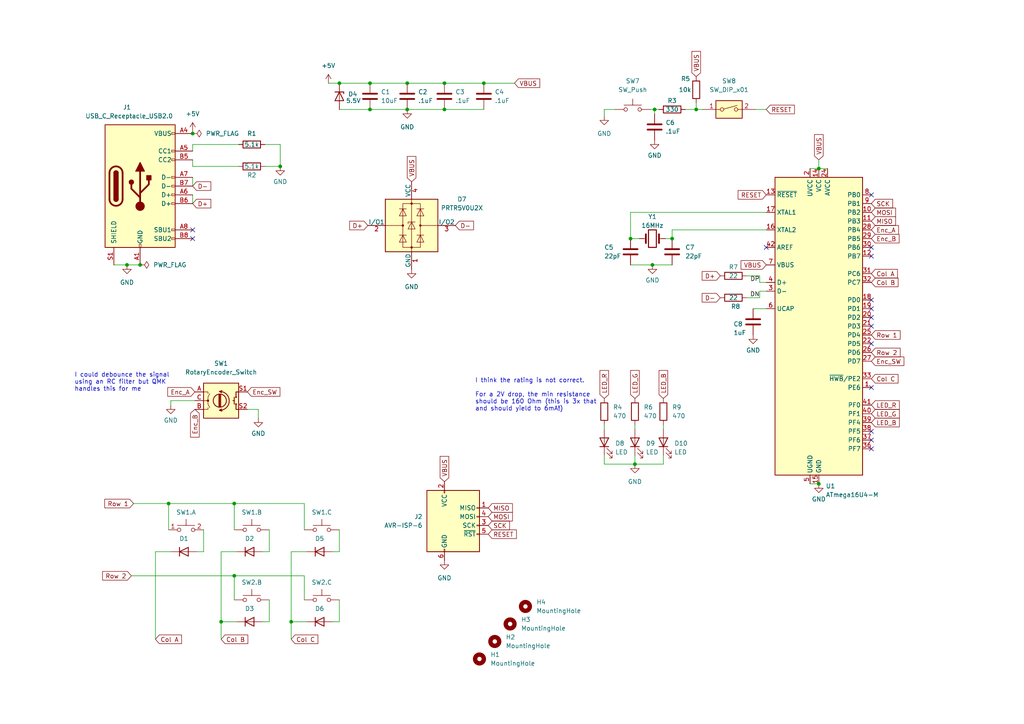
<source format=kicad_sch>
(kicad_sch (version 20211123) (generator eeschema)
  (paper "A4")
  (title_block (title "Muffin Keyboard") (rev "1.0"))
  (lib_symbols
    (symbol "Connector:AVR-ISP-6" (pin_names (offset 1.016))
      (property "Reference" "J" (at -6.35 11.43 0))
      (property "Value" "AVR-ISP-6" (at 0 11.43 0))
      (symbol "AVR-ISP-6_0_1"
        (rectangle (start -2.667 -6.858) (end -2.413 -7.62))
        (rectangle (start -2.667 10.16) (end -2.413 9.398))
        (rectangle (start 7.62 -2.413) (end 6.858 -2.667))
        (rectangle (start 7.62 0.127) (end 6.858 -0.127))
        (rectangle (start 7.62 2.667) (end 6.858 2.413))
        (rectangle (start 7.62 5.207) (end 6.858 4.953))
        (rectangle (start 7.62 10.16) (end -7.62 -7.62) (stroke (width 0.254)) (fill (type background)))
      )
      (symbol "AVR-ISP-6_1_1"
        (pin passive line (at 10.16 5.08 180) (length 2.54) (name "MISO") (number "1"))
        (pin passive line (at -2.54 12.7 270) (length 2.54) (name "VCC") (number "2"))
        (pin passive line (at 10.16 0 180) (length 2.54) (name "SCK") (number "3"))
        (pin passive line (at 10.16 2.54 180) (length 2.54) (name "MOSI") (number "4"))
        (pin passive line (at 10.16 -2.54 180) (length 2.54) (name "~{RST}") (number "5"))
        (pin passive line (at -2.54 -10.16 90) (length 2.54) (name "GND") (number "6"))
      )
    )
    (symbol "Connector:USB_C_Receptacle_USB2.0" (pin_names (offset 1.016))
      (property "Reference" "J" (at -10.16 19.05 0))
      (property "Value" "USB_C_Receptacle_USB2.0" (at 19.05 19.05 0))
      (symbol "USB_C_Receptacle_USB2.0_0_0"
        (rectangle (start -0.254 -17.78) (end 0.254 -16.764))
        (rectangle (start 10.16 -14.986) (end 9.144 -15.494))
        (rectangle (start 10.16 -12.446) (end 9.144 -12.954))
        (rectangle (start 10.16 -4.826) (end 9.144 -5.334))
        (rectangle (start 10.16 -2.286) (end 9.144 -2.794))
        (rectangle (start 10.16 0.254) (end 9.144 -0.254))
        (rectangle (start 10.16 2.794) (end 9.144 2.286))
        (rectangle (start 10.16 7.874) (end 9.144 7.366))
        (rectangle (start 10.16 10.414) (end 9.144 9.906))
        (rectangle (start 10.16 15.494) (end 9.144 14.986))
      )
      (symbol "USB_C_Receptacle_USB2.0_0_1"
        (rectangle (start -10.16 17.78) (end 10.16 -17.78) (stroke (width 0.254)) (fill (type background)))
        (arc (start -8.89 -3.81) (mid -6.985 -5.715) (end -5.08 -3.81) (stroke (width 0.508)))
        (arc (start -7.62 -3.81) (mid -6.985 -4.445) (end -6.35 -3.81) (stroke (width 0.254)))
        (arc (start -7.62 -3.81) (mid -6.985 -4.445) (end -6.35 -3.81) (stroke (width 0.254)) (fill (type outline)))
        (rectangle (start -7.62 -3.81) (end -6.35 3.81) (stroke (width 0.254)) (fill (type outline)))
        (arc (start -6.35 3.81) (mid -6.985 4.445) (end -7.62 3.81) (stroke (width 0.254)))
        (arc (start -6.35 3.81) (mid -6.985 4.445) (end -7.62 3.81) (stroke (width 0.254)) (fill (type outline)))
        (arc (start -5.08 3.81) (mid -6.985 5.715) (end -8.89 3.81) (stroke (width 0.508)))
        (circle (center -2.54 1.143) (radius 0.635) (stroke (width 0.254)) (fill (type outline)))
        (circle (center 0 -5.842) (radius 1.27) (fill (type outline)))
        (polyline (pts (xy -8.89 -3.81) (xy -8.89 3.81)) (stroke (width 0.508)))
        (polyline (pts (xy -5.08 3.81) (xy -5.08 -3.81)) (stroke (width 0.508)))
        (polyline (pts (xy 0 -5.842) (xy 0 4.318)) (stroke (width 0.508)))
        (polyline (pts (xy 0 -3.302) (xy -2.54 -0.762) (xy -2.54 0.508)) (stroke (width 0.508)))
        (polyline (pts (xy 0 -2.032) (xy 2.54 0.508) (xy 2.54 1.778)) (stroke (width 0.508)))
        (polyline (pts (xy -1.27 4.318) (xy 0 6.858) (xy 1.27 4.318) (xy -1.27 4.318)) (stroke (width 0.254)) (fill (type outline)))
        (rectangle (start 1.905 1.778) (end 3.175 3.048) (stroke (width 0.254)) (fill (type outline)))
      )
      (symbol "USB_C_Receptacle_USB2.0_1_1"
        (pin passive line (at 0 -22.86 90) (length 5.08) (name "GND") (number "A1"))
        (pin passive line (at 0 -22.86 90) (length 5.08) hide (name "GND") (number "A12"))
        (pin passive line (at 15.24 15.24 180) (length 5.08) (name "VBUS") (number "A4"))
        (pin bidirectional line (at 15.24 10.16 180) (length 5.08) (name "CC1") (number "A5"))
        (pin bidirectional line (at 15.24 -2.54 180) (length 5.08) (name "D+") (number "A6"))
        (pin bidirectional line (at 15.24 2.54 180) (length 5.08) (name "D-") (number "A7"))
        (pin bidirectional line (at 15.24 -12.7 180) (length 5.08) (name "SBU1") (number "A8"))
        (pin passive line (at 15.24 15.24 180) (length 5.08) hide (name "VBUS") (number "A9"))
        (pin passive line (at 0 -22.86 90) (length 5.08) hide (name "GND") (number "B1"))
        (pin passive line (at 0 -22.86 90) (length 5.08) hide (name "GND") (number "B12"))
        (pin passive line (at 15.24 15.24 180) (length 5.08) hide (name "VBUS") (number "B4"))
        (pin bidirectional line (at 15.24 7.62 180) (length 5.08) (name "CC2") (number "B5"))
        (pin bidirectional line (at 15.24 -5.08 180) (length 5.08) (name "D+") (number "B6"))
        (pin bidirectional line (at 15.24 0 180) (length 5.08) (name "D-") (number "B7"))
        (pin bidirectional line (at 15.24 -15.24 180) (length 5.08) (name "SBU2") (number "B8"))
        (pin passive line (at 15.24 15.24 180) (length 5.08) hide (name "VBUS") (number "B9"))
        (pin passive line (at -7.62 -22.86 90) (length 5.08) (name "SHIELD") (number "S1"))
      )
    )
    (symbol "Device:C" (pin_numbers hide) (pin_names (offset 0.254))
      (property "Reference" "C" (at 0.635 2.54 0))
      (property "Value" "C" (at 0.635 -2.54 0))
      (symbol "C_0_1"
        (polyline (pts (xy -2.032 -0.762) (xy 2.032 -0.762)) (stroke (width 0.508)))
        (polyline (pts (xy -2.032 0.762) (xy 2.032 0.762)) (stroke (width 0.508)))
      )
      (symbol "C_1_1"
        (pin passive line (at 0 3.81 270) (length 2.794) (name "~") (number "1"))
        (pin passive line (at 0 -3.81 90) (length 2.794) (name "~") (number "2"))
      )
    )
    (symbol "Device:Crystal" (pin_numbers hide) (pin_names (offset 1.016) hide)
      (property "Reference" "Y" (at 0 3.81 0))
      (property "Value" "Crystal" (at 0 -3.81 0))
      (symbol "Crystal_0_1"
        (rectangle (start -1.143 2.54) (end 1.143 -2.54) (stroke (width 0.3048)))
        (polyline (pts (xy -2.54 0) (xy -1.905 0)))
        (polyline (pts (xy -1.905 -1.27) (xy -1.905 1.27)) (stroke (width 0.508)))
        (polyline (pts (xy 1.905 -1.27) (xy 1.905 1.27)) (stroke (width 0.508)))
        (polyline (pts (xy 2.54 0) (xy 1.905 0)))
      )
      (symbol "Crystal_1_1"
        (pin passive line (at -3.81 0 0) (length 1.27) (name "1") (number "1"))
        (pin passive line (at 3.81 0 180) (length 1.27) (name "2") (number "2"))
      )
    )
    (symbol "Device:D" (pin_numbers hide) (pin_names (offset 1.016) hide)
      (property "Reference" "D" (at 0 2.54 0))
      (property "Value" "D" (at 0 -2.54 0))
      (symbol "D_0_1"
        (polyline (pts (xy -1.27 1.27) (xy -1.27 -1.27)) (stroke (width 0.254)))
        (polyline (pts (xy 1.27 0) (xy -1.27 0)))
        (polyline (pts (xy 1.27 1.27) (xy 1.27 -1.27) (xy -1.27 0) (xy 1.27 1.27)) (stroke (width 0.254)))
      )
      (symbol "D_1_1"
        (pin passive line (at -3.81 0 0) (length 2.54) (name "K") (number "1"))
        (pin passive line (at 3.81 0 180) (length 2.54) (name "A") (number "2"))
      )
    )
    (symbol "Device:D_Zener" (pin_numbers hide) (pin_names (offset 1.016) hide)
      (property "Reference" "D" (at 0 2.54 0))
      (property "Value" "D_Zener" (at 0 -2.54 0))
      (symbol "D_Zener_0_1"
        (polyline (pts (xy 1.27 0) (xy -1.27 0)))
        (polyline (pts (xy -1.27 -1.27) (xy -1.27 1.27) (xy -0.762 1.27)) (stroke (width 0.254)))
        (polyline (pts (xy 1.27 -1.27) (xy 1.27 1.27) (xy -1.27 0) (xy 1.27 -1.27)) (stroke (width 0.254)))
      )
      (symbol "D_Zener_1_1"
        (pin passive line (at -3.81 0 0) (length 2.54) (name "K") (number "1"))
        (pin passive line (at 3.81 0 180) (length 2.54) (name "A") (number "2"))
      )
    )
    (symbol "Device:LED" (pin_numbers hide) (pin_names (offset 1.016) hide)
      (property "Reference" "D" (at 0 2.54 0))
      (property "Value" "LED" (at 0 -2.54 0))
      (symbol "LED_0_1"
        (polyline (pts (xy -1.27 -1.27) (xy -1.27 1.27)) (stroke (width 0.254)))
        (polyline (pts (xy -1.27 0) (xy 1.27 0)))
        (polyline (pts (xy 1.27 -1.27) (xy 1.27 1.27) (xy -1.27 0) (xy 1.27 -1.27)) (stroke (width 0.254)))
        (polyline (pts (xy -3.048 -0.762) (xy -4.572 -2.286) (xy -3.81 -2.286) (xy -4.572 -2.286) (xy -4.572 -1.524)))
        (polyline (pts (xy -1.778 -0.762) (xy -3.302 -2.286) (xy -2.54 -2.286) (xy -3.302 -2.286) (xy -3.302 -1.524)))
      )
      (symbol "LED_1_1"
        (pin passive line (at -3.81 0 0) (length 2.54) (name "K") (number "1"))
        (pin passive line (at 3.81 0 180) (length 2.54) (name "A") (number "2"))
      )
    )
    (symbol "Device:R" (pin_numbers hide) (pin_names (offset 0))
      (property "Reference" "R" (at 2.032 0 90))
      (property "Value" "R" (at 0 0 90))
      (symbol "R_0_1"
        (rectangle (start -1.016 -2.54) (end 1.016 2.54) (stroke (width 0.254)))
      )
      (symbol "R_1_1"
        (pin passive line (at 0 3.81 270) (length 1.27) (name "~") (number "1"))
        (pin passive line (at 0 -3.81 90) (length 1.27) (name "~") (number "2"))
      )
    )
    (symbol "Device:RotaryEncoder_Switch" (pin_names (offset 0.254) hide)
      (property "Reference" "SW" (at 0 6.604 0))
      (property "Value" "RotaryEncoder_Switch" (at 0 -6.604 0))
      (symbol "RotaryEncoder_Switch_0_1"
        (rectangle (start -5.08 5.08) (end 5.08 -5.08) (stroke (width 0.254)) (fill (type background)))
        (circle (center -3.81 0) (radius 0.254) (fill (type outline)))
        (arc (start -0.381 -2.794) (mid 2.3622 -0.0635) (end -0.381 2.667) (stroke (width 0.254)))
        (circle (center -0.381 0) (radius 1.905) (stroke (width 0.254)))
        (polyline (pts (xy -0.635 -1.778) (xy -0.635 1.778)) (stroke (width 0.254)))
        (polyline (pts (xy -0.381 -1.778) (xy -0.381 1.778)) (stroke (width 0.254)))
        (polyline (pts (xy -0.127 1.778) (xy -0.127 -1.778)) (stroke (width 0.254)))
        (polyline (pts (xy 3.81 0) (xy 3.429 0)) (stroke (width 0.254)))
        (polyline (pts (xy 3.81 1.016) (xy 3.81 -1.016)) (stroke (width 0.254)))
        (polyline (pts (xy -5.08 -2.54) (xy -3.81 -2.54) (xy -3.81 -2.032)))
        (polyline (pts (xy -5.08 2.54) (xy -3.81 2.54) (xy -3.81 2.032)))
        (polyline (pts (xy 0.254 -3.048) (xy -0.508 -2.794) (xy 0.127 -2.413)) (stroke (width 0.254)))
        (polyline (pts (xy 0.254 2.921) (xy -0.508 2.667) (xy 0.127 2.286)) (stroke (width 0.254)))
        (polyline (pts (xy 5.08 -2.54) (xy 4.318 -2.54) (xy 4.318 -1.016)) (stroke (width 0.254)))
        (polyline (pts (xy 5.08 2.54) (xy 4.318 2.54) (xy 4.318 1.016)) (stroke (width 0.254)))
        (polyline (pts (xy -5.08 0) (xy -3.81 0) (xy -3.81 -1.016) (xy -3.302 -2.032)))
        (polyline (pts (xy -4.318 0) (xy -3.81 0) (xy -3.81 1.016) (xy -3.302 2.032)))
        (circle (center 4.318 -1.016) (radius 0.127) (stroke (width 0.254)))
        (circle (center 4.318 1.016) (radius 0.127) (stroke (width 0.254)))
      )
      (symbol "RotaryEncoder_Switch_1_1"
        (pin passive line (at -7.62 2.54 0) (length 2.54) (name "A") (number "A"))
        (pin passive line (at -7.62 -2.54 0) (length 2.54) (name "B") (number "B"))
        (pin passive line (at -7.62 0 0) (length 2.54) (name "C") (number "C"))
        (pin passive line (at 7.62 2.54 180) (length 2.54) (name "S1") (number "S1"))
        (pin passive line (at 7.62 -2.54 180) (length 2.54) (name "S2") (number "S2"))
      )
    )
    (symbol "MCU_Microchip_ATmega:ATmega16U4-M"
      (property "Reference" "U" (at -12.7 44.45 0))
      (property "Value" "ATmega16U4-M" (at 2.54 -44.45 0))
      (symbol "ATmega16U4-M_0_1"
        (rectangle (start -12.7 -43.18) (end 12.7 43.18) (stroke (width 0.254)) (fill (type background)))
      )
      (symbol "ATmega16U4-M_1_1"
        (pin bidirectional line (at 15.24 -17.78 180) (length 2.54) (name "PE6") (number "1"))
        (pin bidirectional line (at 15.24 33.02 180) (length 2.54) (name "PB2") (number "10"))
        (pin bidirectional line (at 15.24 30.48 180) (length 2.54) (name "PB3") (number "11"))
        (pin bidirectional line (at 15.24 20.32 180) (length 2.54) (name "PB7") (number "12"))
        (pin input line (at -15.24 38.1 0) (length 2.54) (name "~{RESET}") (number "13"))
        (pin power_in line (at 0 45.72 270) (length 2.54) (name "VCC") (number "14"))
        (pin power_in line (at 0 -45.72 90) (length 2.54) (name "GND") (number "15"))
        (pin output line (at -15.24 27.94 0) (length 2.54) (name "XTAL2") (number "16"))
        (pin input line (at -15.24 33.02 0) (length 2.54) (name "XTAL1") (number "17"))
        (pin bidirectional line (at 15.24 7.62 180) (length 2.54) (name "PD0") (number "18"))
        (pin bidirectional line (at 15.24 5.08 180) (length 2.54) (name "PD1") (number "19"))
        (pin power_in line (at -2.54 45.72 270) (length 2.54) (name "UVCC") (number "2"))
        (pin bidirectional line (at 15.24 2.54 180) (length 2.54) (name "PD2") (number "20"))
        (pin bidirectional line (at 15.24 0 180) (length 2.54) (name "PD3") (number "21"))
        (pin bidirectional line (at 15.24 -5.08 180) (length 2.54) (name "PD5") (number "22"))
        (pin passive line (at 0 -45.72 90) (length 2.54) hide (name "GND") (number "23"))
        (pin power_in line (at 2.54 45.72 270) (length 2.54) (name "AVCC") (number "24"))
        (pin bidirectional line (at 15.24 -2.54 180) (length 2.54) (name "PD4") (number "25"))
        (pin bidirectional line (at 15.24 -7.62 180) (length 2.54) (name "PD6") (number "26"))
        (pin bidirectional line (at 15.24 -10.16 180) (length 2.54) (name "PD7") (number "27"))
        (pin bidirectional line (at 15.24 27.94 180) (length 2.54) (name "PB4") (number "28"))
        (pin bidirectional line (at 15.24 25.4 180) (length 2.54) (name "PB5") (number "29"))
        (pin bidirectional line (at -15.24 10.16 0) (length 2.54) (name "D-") (number "3"))
        (pin bidirectional line (at 15.24 22.86 180) (length 2.54) (name "PB6") (number "30"))
        (pin bidirectional line (at 15.24 15.24 180) (length 2.54) (name "PC6") (number "31"))
        (pin bidirectional line (at 15.24 12.7 180) (length 2.54) (name "PC7") (number "32"))
        (pin bidirectional line (at 15.24 -15.24 180) (length 2.54) (name "~{HWB}/PE2") (number "33"))
        (pin passive line (at 0 45.72 270) (length 2.54) hide (name "VCC") (number "34"))
        (pin passive line (at 0 -45.72 90) (length 2.54) hide (name "GND") (number "35"))
        (pin bidirectional line (at 15.24 -35.56 180) (length 2.54) (name "PF7") (number "36"))
        (pin bidirectional line (at 15.24 -33.02 180) (length 2.54) (name "PF6") (number "37"))
        (pin bidirectional line (at 15.24 -30.48 180) (length 2.54) (name "PF5") (number "38"))
        (pin bidirectional line (at 15.24 -27.94 180) (length 2.54) (name "PF4") (number "39"))
        (pin bidirectional line (at -15.24 12.7 0) (length 2.54) (name "D+") (number "4"))
        (pin bidirectional line (at 15.24 -25.4 180) (length 2.54) (name "PF1") (number "40"))
        (pin bidirectional line (at 15.24 -22.86 180) (length 2.54) (name "PF0") (number "41"))
        (pin passive line (at -15.24 22.86 0) (length 2.54) (name "AREF") (number "42"))
        (pin passive line (at 0 -45.72 90) (length 2.54) hide (name "GND") (number "43"))
        (pin passive line (at 2.54 45.72 270) (length 2.54) hide (name "AVCC") (number "44"))
        (pin passive line (at 0 -45.72 90) (length 2.54) hide (name "GND") (number "45"))
        (pin passive line (at -2.54 -45.72 90) (length 2.54) (name "UGND") (number "5"))
        (pin passive line (at -15.24 5.08 0) (length 2.54) (name "UCAP") (number "6"))
        (pin input line (at -15.24 17.78 0) (length 2.54) (name "VBUS") (number "7"))
        (pin bidirectional line (at 15.24 38.1 180) (length 2.54) (name "PB0") (number "8"))
        (pin bidirectional line (at 15.24 35.56 180) (length 2.54) (name "PB1") (number "9"))
      )
    )
    (symbol "Mechanical:MountingHole" (pin_names (offset 1.016))
      (property "Reference" "H" (at 0 5.08 0))
      (property "Value" "MountingHole" (at 0 3.175 0))
      (symbol "MountingHole_0_1"
        (circle (center 0 0) (radius 1.27) (stroke (width 1.27)))
      )
    )
    (symbol "Power_Protection:PRTR5V0U2X" (pin_names (offset 0))
      (property "Reference" "D" (at 2.794 8.636 0))
      (property "Value" "PRTR5V0U2X" (at 8.128 -9.398 0))
      (symbol "PRTR5V0U2X_0_1"
        (rectangle (start -7.62 -7.62) (end 7.62 7.62) (stroke (width 0.254)) (fill (type background)))
        (circle (center -2.54 0) (radius 0.254) (fill (type outline)))
        (rectangle (start -2.54 6.35) (end 2.54 -6.35))
        (circle (center 0 -6.35) (radius 0.254) (fill (type outline)))
        (polyline (pts (xy -2.54 0) (xy -7.62 0)))
        (polyline (pts (xy -1.524 -2.794) (xy -3.556 -2.794)))
        (polyline (pts (xy -1.524 4.826) (xy -3.556 4.826)))
        (polyline (pts (xy 0 -7.62) (xy 0 7.62)))
        (polyline (pts (xy 1.524 -2.794) (xy 3.556 -2.794)))
        (polyline (pts (xy 1.524 4.826) (xy 3.556 4.826)))
        (polyline (pts (xy 2.54 0) (xy 7.62 0)))
        (polyline (pts (xy 1.016 1.016) (xy -1.016 1.016) (xy -1.016 0.508)))
        (polyline (pts (xy -3.556 -4.826) (xy -1.524 -4.826) (xy -2.54 -2.794) (xy -3.556 -4.826)))
        (polyline (pts (xy -3.556 2.794) (xy -1.524 2.794) (xy -2.54 4.826) (xy -3.556 2.794)))
        (polyline (pts (xy -1.016 -1.016) (xy 1.016 -1.016) (xy 0 1.016) (xy -1.016 -1.016)))
        (polyline (pts (xy 3.556 -4.826) (xy 1.524 -4.826) (xy 2.54 -2.794) (xy 3.556 -4.826)))
        (polyline (pts (xy 3.556 2.794) (xy 1.524 2.794) (xy 2.54 4.826) (xy 3.556 2.794)))
        (circle (center 0 6.35) (radius 0.254) (fill (type outline)))
        (circle (center 2.54 0) (radius 0.254) (fill (type outline)))
      )
      (symbol "PRTR5V0U2X_1_1"
        (pin passive line (at 0 -12.7 90) (length 5.08) (name "GND") (number "1"))
        (pin passive line (at -12.7 0 0) (length 5.08) (name "I/O1") (number "2"))
        (pin passive line (at 12.7 0 180) (length 5.08) (name "I/O2") (number "3"))
        (pin passive line (at 0 12.7 270) (length 5.08) (name "VCC") (number "4"))
      )
    )
    (symbol "SW_Push_1" (pin_names (offset 1.016) hide)
      (property "Reference" "SW" (at 1.27 2.54 0))
      (property "Value" "SW_Push_1" (at 0 -1.524 0))
      (symbol "SW_Push_1_0_1"
        (circle (center -2.032 0) (radius 0.508))
        (polyline (pts (xy 0 1.27) (xy 0 3.048)))
        (polyline (pts (xy 2.54 1.27) (xy -2.54 1.27)))
        (circle (center 2.032 0) (radius 0.508))
        (pin passive line (at -5.08 0 0) (length 2.54) (name "1") (number "1"))
        (pin passive line (at 5.08 0 180) (length 2.54) (name "2") (number "2"))
      )
    )
    (symbol "Switch:SW_DIP_x01" (pin_names (offset 0) hide)
      (property "Reference" "SW" (at 0 3.81 0))
      (property "Value" "SW_DIP_x01" (at 0 -3.81 0))
      (symbol "SW_DIP_x01_0_0"
        (circle (center -2.032 0) (radius 0.508))
        (polyline (pts (xy -1.524 0.127) (xy 2.3622 1.1684)))
        (circle (center 2.032 0) (radius 0.508))
      )
      (symbol "SW_DIP_x01_0_1"
        (rectangle (start -3.81 2.54) (end 3.81 -2.54) (stroke (width 0.254)) (fill (type background)))
      )
      (symbol "SW_DIP_x01_1_1"
        (pin passive line (at -7.62 0 0) (length 5.08) (name "~") (number "1"))
        (pin passive line (at 7.62 0 180) (length 5.08) (name "~") (number "2"))
      )
    )
    (symbol "Switch:SW_Push" (pin_numbers hide) (pin_names (offset 1.016) hide)
      (property "Reference" "SW" (at 1.27 2.54 0))
      (property "Value" "SW_Push" (at 0 -1.524 0))
      (symbol "SW_Push_0_1"
        (circle (center -2.032 0) (radius 0.508))
        (polyline (pts (xy 0 1.27) (xy 0 3.048)))
        (polyline (pts (xy 2.54 1.27) (xy -2.54 1.27)))
        (circle (center 2.032 0) (radius 0.508))
        (pin passive line (at -5.08 0 0) (length 2.54) (name "1") (number "1"))
        (pin passive line (at 5.08 0 180) (length 2.54) (name "2") (number "2"))
      )
    )
    (symbol "power:+5V" (power) (pin_names (offset 0))
      (property "Value" "+5V" (at 0 3.556 0))
      (symbol "+5V_0_1"
        (polyline (pts (xy -0.762 1.27) (xy 0 2.54)))
        (polyline (pts (xy 0 0) (xy 0 2.54)))
        (polyline (pts (xy 0 2.54) (xy 0.762 1.27)))
      )
      (symbol "+5V_1_1"
        (pin power_in line (at 0 0 90) (length 0) hide (name "+5V") (number "1"))
      )
    )
    (symbol "power:GND" (power) (pin_names (offset 0))
      (property "Value" "GND" (at 0 -3.81 0))
      (symbol "GND_0_1"
        (polyline (pts (xy 0 0) (xy 0 -1.27) (xy 1.27 -1.27) (xy 0 -2.54) (xy -1.27 -1.27) (xy 0 -1.27)))
      )
      (symbol "GND_1_1"
        (pin power_in line (at 0 0 270) (length 0) hide (name "GND") (number "1"))
      )
    )
    (symbol "power:PWR_FLAG" (power) (pin_numbers hide) (pin_names (offset 0) hide)
      (property "Value" "PWR_FLAG" (at 0 3.81 0))
      (symbol "PWR_FLAG_0_0"
        (pin power_out line (at 0 0 90) (length 0) (name "pwr") (number "1"))
      )
      (symbol "PWR_FLAG_0_1"
        (polyline (pts (xy 0 0) (xy 0 1.27) (xy -1.016 1.905) (xy 0 2.54) (xy 1.016 1.905) (xy 0 1.27)))
      )
    )
  )
  (junction (at 128.905 31.75))
  (junction (at 182.88 69.215))
  (junction (at 194.945 69.215))
  (junction (at 67.945 167.005))
  (junction (at 81.28 48.26))
  (junction (at 140.335 24.13))
  (junction (at 237.49 140.335))
  (junction (at 67.945 146.05))
  (junction (at 98.425 24.13))
  (junction (at 48.895 146.05))
  (junction (at 40.64 76.835))
  (junction (at 118.11 24.13))
  (junction (at 55.88 38.735))
  (junction (at 84.455 180.34))
  (junction (at 189.23 76.835))
  (junction (at 107.315 24.13))
  (junction (at 237.49 48.895))
  (junction (at 36.83 76.835))
  (junction (at 201.93 31.75))
  (junction (at 107.315 31.75))
  (junction (at 128.905 24.13))
  (junction (at 189.865 31.75))
  (junction (at 64.135 180.34))
  (junction (at 184.15 134.62))
  (junction (at 118.11 31.75))
  (no_connect (at 252.73 130.175))
  (no_connect (at 252.73 99.695))
  (no_connect (at 252.73 86.995))
  (no_connect (at 252.73 89.535))
  (no_connect (at 252.73 71.755))
  (no_connect (at 252.73 112.395))
  (no_connect (at 252.73 74.295))
  (no_connect (at 252.73 125.095))
  (no_connect (at 252.73 127.635))
  (no_connect (at 252.73 94.615))
  (no_connect (at 252.73 92.075))
  (no_connect (at 252.73 56.515))
  (no_connect (at 222.25 71.755))
  (no_connect (at 55.88 69.215))
  (no_connect (at 55.88 66.675))
  (wire (pts (xy 222.25 84.455) (xy 220.345 84.455)))
  (wire (pts (xy 78.105 173.99) (xy 78.105 180.34)))
  (wire (pts (xy 57.15 160.02) (xy 59.055 160.02)))
  (wire (pts (xy 188.595 31.75) (xy 189.865 31.75)))
  (wire (pts (xy 88.265 167.005) (xy 88.265 173.99)))
  (wire (pts (xy 216.535 86.36) (xy 220.345 86.36)))
  (wire (pts (xy 96.52 180.34) (xy 98.425 180.34)))
  (wire (pts (xy 38.1 167.005) (xy 67.945 167.005)))
  (wire (pts (xy 128.905 31.75) (xy 140.335 31.75)))
  (wire (pts (xy 128.905 24.13) (xy 140.335 24.13)))
  (wire (pts (xy 118.11 31.75) (xy 128.905 31.75)))
  (wire (pts (xy 234.95 48.895) (xy 237.49 48.895)))
  (wire (pts (xy 237.49 46.355) (xy 237.49 48.895)))
  (wire (pts (xy 55.88 46.355) (xy 55.88 48.26)))
  (wire (pts (xy 201.93 31.75) (xy 203.835 31.75)))
  (wire (pts (xy 67.945 146.05) (xy 67.945 153.67)))
  (wire (pts (xy 175.26 123.19) (xy 175.26 124.46)))
  (wire (pts (xy 216.535 80.01) (xy 220.345 80.01)))
  (wire (pts (xy 48.895 146.05) (xy 67.945 146.05)))
  (wire (pts (xy 189.23 76.835) (xy 194.945 76.835)))
  (wire (pts (xy 182.88 61.595) (xy 182.88 69.215)))
  (wire (pts (xy 88.9 160.02) (xy 84.455 160.02)))
  (wire (pts (xy 98.425 31.75) (xy 107.315 31.75)))
  (wire (pts (xy 33.02 76.835) (xy 36.83 76.835)))
  (wire (pts (xy 84.455 180.34) (xy 84.455 185.42)))
  (wire (pts (xy 118.11 24.13) (xy 128.905 24.13)))
  (wire (pts (xy 67.945 146.05) (xy 88.265 146.05)))
  (wire (pts (xy 184.15 134.62) (xy 192.405 134.62)))
  (wire (pts (xy 68.58 160.02) (xy 64.135 160.02)))
  (wire (pts (xy 198.755 31.75) (xy 201.93 31.75)))
  (wire (pts (xy 194.945 66.675) (xy 194.945 69.215)))
  (wire (pts (xy 36.83 76.835) (xy 40.64 76.835)))
  (wire (pts (xy 182.88 76.835) (xy 189.23 76.835)))
  (wire (pts (xy 175.26 134.62) (xy 184.15 134.62)))
  (wire (pts (xy 81.28 41.91) (xy 76.835 41.91)))
  (wire (pts (xy 64.135 180.34) (xy 64.135 185.42)))
  (wire (pts (xy 55.88 38.1) (xy 55.88 38.735)))
  (wire (pts (xy 67.945 167.005) (xy 88.265 167.005)))
  (wire (pts (xy 59.055 153.67) (xy 59.055 160.02)))
  (wire (pts (xy 49.53 160.02) (xy 45.085 160.02)))
  (wire (pts (xy 222.25 81.915) (xy 220.345 81.915)))
  (wire (pts (xy 219.075 31.75) (xy 222.25 31.75)))
  (wire (pts (xy 76.835 48.26) (xy 81.28 48.26)))
  (wire (pts (xy 140.335 24.13) (xy 149.225 24.13)))
  (wire (pts (xy 76.2 180.34) (xy 78.105 180.34)))
  (wire (pts (xy 98.425 24.13) (xy 107.315 24.13)))
  (wire (pts (xy 81.28 48.26) (xy 81.28 41.91)))
  (wire (pts (xy 182.88 69.215) (xy 185.42 69.215)))
  (wire (pts (xy 64.135 160.02) (xy 64.135 180.34)))
  (wire (pts (xy 49.53 116.205) (xy 49.53 117.475)))
  (wire (pts (xy 55.88 48.26) (xy 69.215 48.26)))
  (wire (pts (xy 55.88 56.515) (xy 55.88 59.055)))
  (wire (pts (xy 56.515 116.205) (xy 49.53 116.205)))
  (wire (pts (xy 184.15 123.19) (xy 184.15 124.46)))
  (wire (pts (xy 189.865 31.75) (xy 191.135 31.75)))
  (wire (pts (xy 184.15 132.08) (xy 184.15 134.62)))
  (wire (pts (xy 74.93 118.745) (xy 74.93 121.285)))
  (wire (pts (xy 88.265 146.05) (xy 88.265 153.67)))
  (wire (pts (xy 178.435 31.75) (xy 175.26 31.75)))
  (wire (pts (xy 67.945 167.005) (xy 67.945 173.99)))
  (wire (pts (xy 78.105 153.67) (xy 78.105 160.02)))
  (wire (pts (xy 222.25 61.595) (xy 182.88 61.595)))
  (wire (pts (xy 218.44 89.535) (xy 222.25 89.535)))
  (wire (pts (xy 194.945 66.675) (xy 222.25 66.675)))
  (wire (pts (xy 38.735 146.05) (xy 48.895 146.05)))
  (wire (pts (xy 98.425 173.99) (xy 98.425 180.34)))
  (wire (pts (xy 234.95 140.335) (xy 237.49 140.335)))
  (wire (pts (xy 107.315 24.13) (xy 118.11 24.13)))
  (wire (pts (xy 84.455 180.34) (xy 88.9 180.34)))
  (wire (pts (xy 64.135 180.34) (xy 68.58 180.34)))
  (wire (pts (xy 45.085 160.02) (xy 45.085 185.42)))
  (wire (pts (xy 107.315 31.75) (xy 118.11 31.75)))
  (wire (pts (xy 71.755 118.745) (xy 74.93 118.745)))
  (wire (pts (xy 189.865 31.75) (xy 189.865 33.02)))
  (wire (pts (xy 98.425 153.67) (xy 98.425 160.02)))
  (wire (pts (xy 192.405 123.19) (xy 192.405 124.46)))
  (wire (pts (xy 55.88 43.815) (xy 55.88 41.91)))
  (wire (pts (xy 237.49 48.895) (xy 240.03 48.895)))
  (wire (pts (xy 175.26 132.08) (xy 175.26 134.62)))
  (wire (pts (xy 220.345 81.915) (xy 220.345 80.01)))
  (wire (pts (xy 55.88 51.435) (xy 55.88 53.975)))
  (wire (pts (xy 192.405 132.08) (xy 192.405 134.62)))
  (wire (pts (xy 55.88 41.91) (xy 69.215 41.91)))
  (wire (pts (xy 96.52 160.02) (xy 98.425 160.02)))
  (wire (pts (xy 193.04 69.215) (xy 194.945 69.215)))
  (wire (pts (xy 48.895 146.05) (xy 48.895 153.67)))
  (wire (pts (xy 201.93 29.845) (xy 201.93 31.75)))
  (wire (pts (xy 220.345 84.455) (xy 220.345 86.36)))
  (wire (pts (xy 95.25 24.13) (xy 98.425 24.13)))
  (wire (pts (xy 84.455 160.02) (xy 84.455 180.34)))
  (wire (pts (xy 76.2 160.02) (xy 78.105 160.02)))
  (wire (pts (xy 175.26 31.75) (xy 175.26 33.655)))
  (text "I could debounce the signal \nusing an RC filter but QMK\nhandles this for me" (at 21.59 113.665 0) (effects (font (size 1.27 1.27)) (justify left bottom)))
  (text "I think the rating is not correct.\n\nFor a 2V drop, the min resistance\nshould be 160 Ohm (this is 3x that\nand should yield to 6mA!)" (at 137.795 119.38 0) (effects (font (size 1.27 1.27)) (justify left bottom)))
  (label "DP" (at 220.345 81.915 180))
  (label "DN" (at 220.345 86.36 180))
  (global_label "VBUS" (shape input) (at 201.93 22.225 90) (property "Intersheet References" "${INTERSHEET_REFS}" (effects hide)))
  (global_label "D+" (shape input) (at 106.68 65.405 180) (property "Intersheet References" "${INTERSHEET_REFS}" (effects hide)))
  (global_label "D-" (shape input) (at 132.08 65.405 0) (property "Intersheet References" "${INTERSHEET_REFS}" (effects hide)))
  (global_label "Row 2" (shape input) (at 38.1 167.005 180) (property "Intersheet References" "${INTERSHEET_REFS}" (effects hide)))
  (global_label "Row 1" (shape input) (at 38.735 146.05 180) (property "Intersheet References" "${INTERSHEET_REFS}" (effects hide)))
  (global_label "Enc_B" (shape input) (at 56.515 118.745 270) (property "Intersheet References" "${INTERSHEET_REFS}" (effects hide)))
  (global_label "D-" (shape input) (at 55.88 53.975 0) (property "Intersheet References" "${INTERSHEET_REFS}" (effects hide)))
  (global_label "Col C" (shape input) (at 84.455 185.42 0) (property "Intersheet References" "${INTERSHEET_REFS}" (effects hide)))
  (global_label "VBUS" (shape input) (at 128.905 139.7 90) (property "Intersheet References" "${INTERSHEET_REFS}" (effects hide)))
  (global_label "LED_R" (shape input) (at 175.26 115.57 90) (property "Intersheet References" "${INTERSHEET_REFS}" (effects hide)))
  (global_label "Enc_SW" (shape input) (at 71.755 113.665 0) (property "Intersheet References" "${INTERSHEET_REFS}" (effects hide)))
  (global_label "D+" (shape input) (at 55.88 59.055 0) (property "Intersheet References" "${INTERSHEET_REFS}" (effects hide)))
  (global_label "VBUS" (shape input) (at 222.25 76.835 180) (property "Intersheet References" "${INTERSHEET_REFS}" (effects hide)))
  (global_label "Col B" (shape input) (at 64.135 185.42 0) (property "Intersheet References" "${INTERSHEET_REFS}" (effects hide)))
  (global_label "RESET" (shape input) (at 222.25 31.75 0) (property "Intersheet References" "${INTERSHEET_REFS}" (effects hide)))
  (global_label "RESET" (shape input) (at 222.25 56.515 180) (property "Intersheet References" "${INTERSHEET_REFS}" (effects hide)))
  (global_label "SCK" (shape input) (at 252.73 59.055 0) (property "Intersheet References" "${INTERSHEET_REFS}" (effects hide)))
  (global_label "VBUS" (shape input) (at 149.225 24.13 0) (property "Intersheet References" "${INTERSHEET_REFS}" (effects hide)))
  (global_label "Col B" (shape input) (at 252.73 81.915 0) (property "Intersheet References" "${INTERSHEET_REFS}" (effects hide)))
  (global_label "D-" (shape input) (at 208.915 86.36 180) (property "Intersheet References" "${INTERSHEET_REFS}" (effects hide)))
  (global_label "D+" (shape input) (at 208.915 80.01 180) (property "Intersheet References" "${INTERSHEET_REFS}" (effects hide)))
  (global_label "LED_B" (shape input) (at 192.405 115.57 90) (property "Intersheet References" "${INTERSHEET_REFS}" (effects hide)))
  (global_label "Enc_A" (shape input) (at 252.73 66.675 0) (property "Intersheet References" "${INTERSHEET_REFS}" (effects hide)))
  (global_label "VBUS" (shape input) (at 237.49 46.355 90) (property "Intersheet References" "${INTERSHEET_REFS}" (effects hide)))
  (global_label "MISO" (shape input) (at 252.73 64.135 0) (property "Intersheet References" "${INTERSHEET_REFS}" (effects hide)))
  (global_label "LED_G" (shape input) (at 252.73 120.015 0) (property "Intersheet References" "${INTERSHEET_REFS}" (effects hide)))
  (global_label "MOSI" (shape input) (at 141.605 149.86 0) (property "Intersheet References" "${INTERSHEET_REFS}" (effects hide)))
  (global_label "Enc_A" (shape input) (at 56.515 113.665 180) (property "Intersheet References" "${INTERSHEET_REFS}" (effects hide)))
  (global_label "Col C" (shape input) (at 252.73 109.855 0) (property "Intersheet References" "${INTERSHEET_REFS}" (effects hide)))
  (global_label "Col A" (shape input) (at 252.73 79.375 0) (property "Intersheet References" "${INTERSHEET_REFS}" (effects hide)))
  (global_label "LED_B" (shape input) (at 252.73 122.555 0) (property "Intersheet References" "${INTERSHEET_REFS}" (effects hide)))
  (global_label "Row 1" (shape input) (at 252.73 97.155 0) (property "Intersheet References" "${INTERSHEET_REFS}" (effects hide)))
  (global_label "MOSI" (shape input) (at 252.73 61.595 0) (property "Intersheet References" "${INTERSHEET_REFS}" (effects hide)))
  (global_label "Row 2" (shape input) (at 252.73 102.235 0) (property "Intersheet References" "${INTERSHEET_REFS}" (effects hide)))
  (global_label "VBUS" (shape input) (at 119.38 52.705 90) (property "Intersheet References" "${INTERSHEET_REFS}" (effects hide)))
  (global_label "LED_R" (shape input) (at 252.73 117.475 0) (property "Intersheet References" "${INTERSHEET_REFS}" (effects hide)))
  (global_label "SCK" (shape input) (at 141.605 152.4 0) (property "Intersheet References" "${INTERSHEET_REFS}" (effects hide)))
  (global_label "RESET" (shape input) (at 141.605 154.94 0) (property "Intersheet References" "${INTERSHEET_REFS}" (effects hide)))
  (global_label "Col A" (shape input) (at 45.085 185.42 0) (property "Intersheet References" "${INTERSHEET_REFS}" (effects hide)))
  (global_label "Enc_SW" (shape input) (at 252.73 104.775 0) (property "Intersheet References" "${INTERSHEET_REFS}" (effects hide)))
  (global_label "Enc_B" (shape input) (at 252.73 69.215 0) (property "Intersheet References" "${INTERSHEET_REFS}" (effects hide)))
  (global_label "MISO" (shape input) (at 141.605 147.32 0) (property "Intersheet References" "${INTERSHEET_REFS}" (effects hide)))
  (global_label "LED_G" (shape input) (at 184.15 115.57 90) (property "Intersheet References" "${INTERSHEET_REFS}" (effects hide)))
  (symbol (lib_id "Switch:SW_Push") (at 93.345 153.67 0) (mirror y) (unit 1)
    (property "Reference" "SW5" (effects hide))
    (property "Value" "SW1.C" (at 93.345 148.59 0))
    (property "Footprint" "Keebio:MX-Alps-Choc-1U-NoLED" (effects hide))
  )
  (symbol (lib_id "Device:D") (at 53.34 160.02 0) (unit 1)
    (property "Reference" "D1" (at 53.34 156.21 0))
    (property "Value" "D" (effects hide))
    (property "Footprint" "Diode_SMD:D_0805_2012Metric_Pad1.15x1.40mm_HandSolder" (effects hide))
  )
  (symbol (lib_id "power:GND") (at 49.53 117.475 0) (unit 1)
    (property "Reference" "#PWR02" (effects hide))
    (property "Value" "GND" (at 49.53 121.92 0))
  )
  (symbol (lib_id "Device:R") (at 194.945 31.75 90) (unit 1)
    (property "Reference" "R3" (at 194.945 29.21 90))
    (property "Value" "330" (at 194.945 31.75 90))
    (property "Footprint" "Resistor_SMD:R_0805_2012Metric_Pad1.20x1.40mm_HandSolder" (effects hide))
  )
  (symbol (lib_id "Switch:SW_Push") (at 183.515 31.75 0) (unit 1)
    (property "Reference" "SW7" (at 183.515 23.495 0))
    (property "Value" "SW_Push" (at 183.515 26.035 0))
    (property "Footprint" "Keebio:SW_Tactile_SPST_Angled_MJTP1117" (effects hide))
  )
  (symbol (lib_id "power:GND") (at 218.44 97.155 0) (unit 1)
    (property "Reference" "#PWR015" (effects hide))
    (property "Value" "GND" (at 218.44 101.6 0))
  )
  (symbol (lib_id "power:GND") (at 81.28 48.26 0) (unit 1)
    (property "Reference" "#PWR05" (effects hide))
    (property "Value" "GND" (at 81.28 52.705 0))
  )
  (symbol (lib_name "SW_Push_1") (lib_id "Switch:SW_Push") (at 53.975 153.67 0) (unit 1)
    (property "Reference" "SW2" (effects hide))
    (property "Value" "SW1.A" (at 53.975 148.59 0))
    (property "Footprint" "Keebio:MX-Alps-Choc-2U" (effects hide))
  )
  (symbol (lib_id "Device:R") (at 192.405 119.38 0) (unit 1)
    (property "Reference" "R9" (at 194.945 118.1099 0) (effects (justify left)))
    (property "Value" "470" (at 194.945 120.6499 0) (effects (justify left)))
    (property "Footprint" "Resistor_SMD:R_0805_2012Metric_Pad1.20x1.40mm_HandSolder" (effects hide))
  )
  (symbol (lib_id "Switch:SW_DIP_x01") (at 211.455 31.75 0) (unit 1)
    (property "Reference" "SW8" (at 211.455 23.495 0))
    (property "Value" "SW_DIP_x01" (at 211.455 26.035 0))
    (property "Footprint" "CustomComponents:DS04-254-SMT" (effects hide))
  )
  (symbol (lib_id "Device:C") (at 189.865 36.83 0) (unit 1)
    (property "Reference" "C6" (at 193.04 35.5599 0) (effects (justify left)))
    (property "Value" ".1uF" (at 193.04 38.0999 0) (effects (justify left)))
    (property "Footprint" "Capacitor_SMD:C_0805_2012Metric_Pad1.18x1.45mm_HandSolder" (effects hide))
  )
  (symbol (lib_id "Mechanical:MountingHole") (at 143.51 186.055 0) (unit 1)
    (property "Reference" "H2" (at 146.685 184.7849 0) (effects (justify left)))
    (property "Value" "MountingHole" (at 146.685 187.3249 0) (effects (justify left)))
    (property "Footprint" "MountingHole:MountingHole_3.2mm_M3" (effects hide))
  )
  (symbol (lib_id "Device:RotaryEncoder_Switch") (at 64.135 116.205 0) (unit 1)
    (property "Reference" "SW1" (at 64.135 105.41 0))
    (property "Value" "RotaryEncoder_Switch" (at 64.135 107.95 0))
    (property "Footprint" "Keebio:RotaryEncoder_EC11" (effects hide))
  )
  (symbol (lib_id "Device:D") (at 92.71 160.02 0) (unit 1)
    (property "Reference" "D5" (at 92.71 156.21 0))
    (property "Value" "D" (effects hide))
    (property "Footprint" "Diode_SMD:D_0805_2012Metric_Pad1.15x1.40mm_HandSolder" (effects hide))
  )
  (symbol (lib_id "Device:R") (at 73.025 41.91 90) (unit 1)
    (property "Reference" "R1" (at 73.025 38.735 90))
    (property "Value" "5.1k" (at 73.025 41.91 90))
    (property "Footprint" "Resistor_SMD:R_0805_2012Metric_Pad1.20x1.40mm_HandSolder" (effects hide))
  )
  (symbol (lib_id "Device:C") (at 140.335 27.94 0) (unit 1)
    (property "Reference" "C4" (at 143.51 26.6699 0) (effects (justify left)))
    (property "Value" ".1uF" (at 143.51 29.2099 0) (effects (justify left)))
    (property "Footprint" "Capacitor_SMD:C_0805_2012Metric_Pad1.18x1.45mm_HandSolder" (effects hide))
  )
  (symbol (lib_id "Device:R") (at 212.725 86.36 90) (unit 1)
    (property "Reference" "R8" (at 213.36 88.9 90))
    (property "Value" "22" (at 212.725 86.36 90))
    (property "Footprint" "Resistor_SMD:R_0805_2012Metric_Pad1.20x1.40mm_HandSolder" (effects hide))
  )
  (symbol (lib_id "power:GND") (at 175.26 33.655 0) (unit 1)
    (property "Reference" "#PWR010" (effects hide))
    (property "Value" "GND" (at 175.26 38.735 0))
  )
  (symbol (lib_id "Device:Crystal") (at 189.23 69.215 0) (unit 1)
    (property "Reference" "Y1" (at 189.23 62.865 0))
    (property "Value" "16MHz" (at 189.23 65.405 0))
    (property "Footprint" "Crystal:Crystal_HC49-U_Vertical" (effects hide))
  )
  (symbol (lib_id "Device:C") (at 218.44 93.345 0) (unit 1)
    (property "Reference" "C8" (at 212.725 93.98 0) (effects (justify left)))
    (property "Value" "1uF" (at 212.725 96.52 0) (effects (justify left)))
    (property "Footprint" "Capacitor_SMD:C_0805_2012Metric_Pad1.18x1.45mm_HandSolder" (effects hide))
  )
  (symbol (lib_id "Device:LED") (at 175.26 128.27 90) (unit 1)
    (property "Reference" "D8" (at 178.435 128.5874 90) (effects (justify right)))
    (property "Value" "LED" (at 178.435 131.1274 90) (effects (justify right)))
    (property "Footprint" "Diode_SMD:D_0805_2012Metric_Pad1.15x1.40mm_HandSolder" (effects hide))
  )
  (symbol (lib_id "Mechanical:MountingHole") (at 152.4 175.895 0) (unit 1)
    (property "Reference" "H4" (at 155.575 174.6249 0) (effects (justify left)))
    (property "Value" "MountingHole" (at 155.575 177.1649 0) (effects (justify left)))
    (property "Footprint" "MountingHole:MountingHole_3.2mm_M3" (effects hide))
  )
  (symbol (lib_id "power:GND") (at 118.11 31.75 0) (unit 1)
    (property "Reference" "#PWR07" (effects hide))
    (property "Value" "GND" (at 118.11 36.83 0))
  )
  (symbol (lib_id "Device:R") (at 201.93 26.035 0) (unit 1)
    (property "Reference" "R5" (at 197.485 22.86 0) (effects (justify left)))
    (property "Value" "10k" (at 196.85 26.035 0) (effects (justify left)))
    (property "Footprint" "Resistor_SMD:R_0805_2012Metric_Pad1.20x1.40mm_HandSolder" (effects hide))
  )
  (symbol (lib_id "Device:R") (at 212.725 80.01 270) (unit 1)
    (property "Reference" "R7" (at 212.725 77.47 90))
    (property "Value" "22" (at 212.725 80.01 90))
    (property "Footprint" "Resistor_SMD:R_0805_2012Metric_Pad1.20x1.40mm_HandSolder" (effects hide))
  )
  (symbol (lib_id "Power_Protection:PRTR5V0U2X") (at 119.38 65.405 0) (unit 1)
    (property "Reference" "D7" (at 133.985 57.785 0))
    (property "Value" "PRTR5V0U2X" (at 133.985 60.325 0))
    (property "Footprint" "Package_TO_SOT_SMD:SOT-143" (effects hide))
    (property "Datasheet" "https://assets.nexperia.com/documents/data-sheet/PRTR5V0U2X.pdf" (effects hide))
  )
  (symbol (lib_id "power:GND") (at 74.93 121.285 0) (unit 1)
    (property "Reference" "#PWR04" (effects hide))
    (property "Value" "GND" (at 74.93 125.73 0))
  )
  (symbol (lib_id "MCU_Microchip_ATmega:ATmega16U4-M") (at 237.49 94.615 0) (unit 1)
    (property "Reference" "U1" (at 239.5094 140.97 0) (effects (justify left)))
    (property "Value" "ATmega16U4-M" (at 239.5094 143.51 0) (effects (justify left)))
    (property "Footprint" "Package_DFN_QFN:QFN-44-1EP_7x7mm_P0.5mm_EP5.2x5.2mm" (effects hide))
    (property "Datasheet" "http://ww1.microchip.com/downloads/en/DeviceDoc/Atmel-7766-8-bit-AVR-ATmega16U4-32U4_Datasheet.pdf" (effects hide))
  )
  (symbol (lib_id "power:+5V") (at 95.25 24.13 0) (unit 1)
    (property "Reference" "#PWR06" (effects hide))
    (property "Value" "+5V" (at 95.25 19.05 0))
  )
  (symbol (lib_id "Device:C") (at 107.315 27.94 0) (unit 1)
    (property "Reference" "C1" (at 110.49 26.6699 0) (effects (justify left)))
    (property "Value" "10uF" (at 110.49 29.2099 0) (effects (justify left)))
    (property "Footprint" "Capacitor_SMD:C_0805_2012Metric_Pad1.18x1.45mm_HandSolder" (effects hide))
  )
  (symbol (lib_id "power:+5V") (at 55.88 38.1 0) (unit 1)
    (property "Reference" "#PWR03" (effects hide))
    (property "Value" "+5V" (at 55.88 33.02 0))
  )
  (symbol (lib_id "power:GND") (at 189.865 40.64 0) (unit 1)
    (property "Reference" "#PWR012" (effects hide))
    (property "Value" "GND" (at 189.865 45.085 0))
  )
  (symbol (lib_id "Switch:SW_Push") (at 73.025 173.99 0) (mirror y) (unit 1)
    (property "Reference" "SW4" (effects hide))
    (property "Value" "SW2.B" (at 73.025 168.91 0))
    (property "Footprint" "Keebio:MX-Alps-Choc-1U-NoLED" (effects hide))
  )
  (symbol (lib_id "Device:R") (at 175.26 119.38 0) (unit 1)
    (property "Reference" "R4" (at 177.8 118.1099 0) (effects (justify left)))
    (property "Value" "470" (at 177.8 120.6499 0) (effects (justify left)))
    (property "Footprint" "Resistor_SMD:R_0805_2012Metric_Pad1.20x1.40mm_HandSolder" (effects hide))
  )
  (symbol (lib_id "Switch:SW_Push") (at 93.345 173.99 0) (mirror y) (unit 1)
    (property "Reference" "SW6" (effects hide))
    (property "Value" "SW2.C" (at 93.345 168.91 0))
    (property "Footprint" "Keebio:MX-Alps-Choc-1U-NoLED" (effects hide))
  )
  (symbol (lib_id "power:GND") (at 36.83 76.835 0) (unit 1)
    (property "Reference" "#PWR01" (effects hide))
    (property "Value" "GND" (at 36.83 81.915 0))
  )
  (symbol (lib_id "Switch:SW_Push") (at 73.025 153.67 0) (mirror y) (unit 1)
    (property "Reference" "SW3" (effects hide))
    (property "Value" "SW1.B" (at 73.025 148.59 0))
    (property "Footprint" "Keebio:MX-Alps-Choc-1U-NoLED" (effects hide))
  )
  (symbol (lib_id "power:GND") (at 189.23 76.835 0) (unit 1)
    (property "Reference" "#PWR011" (effects hide))
    (property "Value" "GND" (at 189.23 81.28 0))
  )
  (symbol (lib_id "Device:LED") (at 192.405 128.27 90) (unit 1)
    (property "Reference" "D10" (at 195.58 128.5874 90) (effects (justify right)))
    (property "Value" "LED" (at 195.58 131.1274 90) (effects (justify right)))
    (property "Footprint" "Diode_SMD:D_0805_2012Metric_Pad1.15x1.40mm_HandSolder" (effects hide))
  )
  (symbol (lib_id "power:GND") (at 128.905 162.56 0) (unit 1)
    (property "Reference" "#PWR09" (effects hide))
    (property "Value" "GND" (at 128.905 167.64 0))
  )
  (symbol (lib_id "Device:LED") (at 184.15 128.27 90) (unit 1)
    (property "Reference" "D9" (at 187.325 128.5874 90) (effects (justify right)))
    (property "Value" "LED" (at 187.325 131.1274 90) (effects (justify right)))
    (property "Footprint" "Diode_SMD:D_0805_2012Metric_Pad1.15x1.40mm_HandSolder" (effects hide))
  )
  (symbol (lib_id "Device:C") (at 194.945 73.025 0) (unit 1)
    (property "Reference" "C7" (at 198.755 71.7549 0) (effects (justify left)))
    (property "Value" "22pF" (at 198.755 74.2949 0) (effects (justify left)))
    (property "Footprint" "Capacitor_SMD:C_0805_2012Metric_Pad1.18x1.45mm_HandSolder" (effects hide))
  )
  (symbol (lib_id "Device:C") (at 118.11 27.94 0) (unit 1)
    (property "Reference" "C2" (at 121.285 26.6699 0) (effects (justify left)))
    (property "Value" ".1uF" (at 121.285 29.2099 0) (effects (justify left)))
    (property "Footprint" "Capacitor_SMD:C_0805_2012Metric_Pad1.18x1.45mm_HandSolder" (effects hide))
  )
  (symbol (lib_id "Device:C") (at 128.905 27.94 0) (unit 1)
    (property "Reference" "C3" (at 132.08 26.6699 0) (effects (justify left)))
    (property "Value" ".1uF" (at 132.08 29.2099 0) (effects (justify left)))
    (property "Footprint" "Capacitor_SMD:C_0805_2012Metric_Pad1.18x1.45mm_HandSolder" (effects hide))
  )
  (symbol (lib_id "Device:R") (at 184.15 119.38 0) (unit 1)
    (property "Reference" "R6" (at 186.69 118.1099 0) (effects (justify left)))
    (property "Value" "470" (at 186.69 120.6499 0) (effects (justify left)))
    (property "Footprint" "Resistor_SMD:R_0805_2012Metric_Pad1.20x1.40mm_HandSolder" (effects hide))
  )
  (symbol (lib_id "Device:D") (at 92.71 180.34 0) (unit 1)
    (property "Reference" "D6" (at 92.71 176.53 0))
    (property "Value" "D" (effects hide))
    (property "Footprint" "Diode_SMD:D_0805_2012Metric_Pad1.15x1.40mm_HandSolder" (effects hide))
  )
  (symbol (lib_id "Connector:USB_C_Receptacle_USB2.0") (at 40.64 53.975 0) (unit 1)
    (property "Reference" "J1" (at 36.83 31.115 0))
    (property "Value" "USB_C_Receptacle_USB2.0" (at 37.465 33.655 0))
    (property "Footprint" "Keebio:HRO-TYPE-C-31-M-12-Assembly" (effects hide))
    (property "Datasheet" "https://www.usb.org/sites/default/files/documents/usb_type-c.zip" (effects hide))
  )
  (symbol (lib_id "power:PWR_FLAG") (at 40.64 76.835 270) (unit 1)
    (property "Reference" "#FLG01" (effects hide))
    (property "Value" "PWR_FLAG" (at 44.45 76.8349 90) (effects (justify left)))
  )
  (symbol (lib_id "Mechanical:MountingHole") (at 139.065 191.135 0) (unit 1)
    (property "Reference" "H1" (at 142.24 189.8649 0) (effects (justify left)))
    (property "Value" "MountingHole" (at 142.24 192.4049 0) (effects (justify left)))
    (property "Footprint" "MountingHole:MountingHole_3.2mm_M3" (effects hide))
  )
  (symbol (lib_id "power:GND") (at 237.49 140.335 0) (unit 1)
    (property "Reference" "#PWR016" (effects hide))
    (property "Value" "GND" (at 237.49 144.78 0))
  )
  (symbol (lib_id "Mechanical:MountingHole") (at 147.955 180.975 0) (unit 1)
    (property "Reference" "H3" (at 151.13 179.7049 0) (effects (justify left)))
    (property "Value" "MountingHole" (at 151.13 182.2449 0) (effects (justify left)))
    (property "Footprint" "MountingHole:MountingHole_3.2mm_M3" (effects hide))
  )
  (symbol (lib_id "power:GND") (at 119.38 78.105 0) (unit 1)
    (property "Reference" "#PWR08" (effects hide))
    (property "Value" "GND" (at 119.38 83.185 0))
  )
  (symbol (lib_id "power:PWR_FLAG") (at 55.88 38.735 270) (unit 1)
    (property "Reference" "#FLG02" (effects hide))
    (property "Value" "PWR_FLAG" (at 59.69 38.735 90) (effects (justify left)))
  )
  (symbol (lib_id "Connector:AVR-ISP-6") (at 131.445 152.4 0) (unit 1)
    (property "Reference" "J2" (at 122.555 149.8599 0) (effects (justify right)))
    (property "Value" "AVR-ISP-6" (at 122.555 152.3999 0) (effects (justify right)))
    (property "Footprint" "Connector_IDC:IDC-Header_2x03_P2.54mm_Horizontal" (effects hide))
    (property "Datasheet" " ~" (effects hide))
  )
  (symbol (lib_id "power:GND") (at 184.15 134.62 0) (unit 1)
    (property "Reference" "#PWR014" (effects hide))
    (property "Value" "GND" (at 184.15 139.7 0))
  )
  (symbol (lib_id "Device:D") (at 72.39 160.02 0) (unit 1)
    (property "Reference" "D2" (at 72.39 156.21 0))
    (property "Value" "D" (effects hide))
    (property "Footprint" "Diode_SMD:D_0805_2012Metric_Pad1.15x1.40mm_HandSolder" (effects hide))
  )
  (symbol (lib_id "Device:R") (at 73.025 48.26 90) (unit 1)
    (property "Reference" "R2" (at 73.025 50.8 90))
    (property "Value" "5.1k" (at 73.025 48.26 90))
    (property "Footprint" "Resistor_SMD:R_0805_2012Metric_Pad1.20x1.40mm_HandSolder" (effects hide))
  )
  (symbol (lib_id "Device:D") (at 72.39 180.34 0) (unit 1)
    (property "Reference" "D3" (at 72.39 176.53 0))
    (property "Value" "D" (effects hide))
    (property "Footprint" "Diode_SMD:D_0805_2012Metric_Pad1.15x1.40mm_HandSolder" (effects hide))
  )
  (symbol (lib_id "Device:C") (at 182.88 73.025 0) (unit 1)
    (property "Reference" "C5" (at 175.26 71.755 0) (effects (justify left)))
    (property "Value" "22pF" (at 175.26 74.295 0) (effects (justify left)))
    (property "Footprint" "Capacitor_SMD:C_0805_2012Metric_Pad1.18x1.45mm_HandSolder" (effects hide))
  )
  (symbol (lib_id "Device:D_Zener") (at 98.425 27.94 270) (unit 1)
    (property "Reference" "D4" (at 100.965 27.305 90) (effects (justify left)))
    (property "Value" "5.5V" (at 100.33 29.21 90) (effects (justify left)))
    (property "Footprint" "Diode_SMD:D_0805_2012Metric_Pad1.15x1.40mm_HandSolder" (effects hide))
  )
)
</source>
